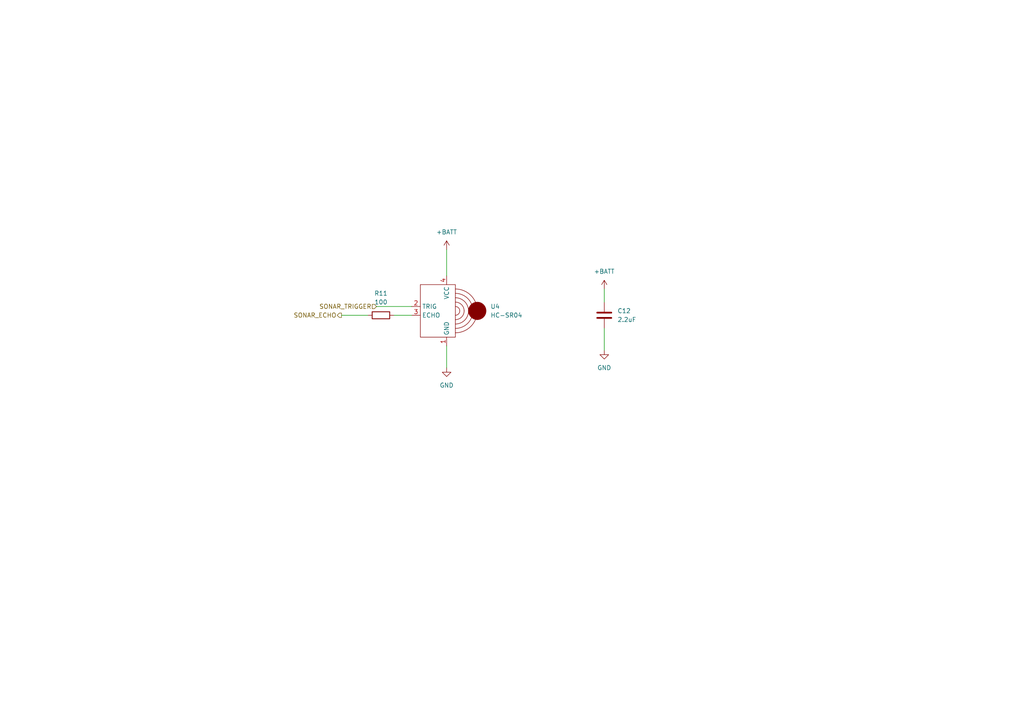
<source format=kicad_sch>
(kicad_sch (version 20230121) (generator eeschema)
  (paper "A4")
  (lib_symbols
    (symbol "Device:C" (pin_numbers hide) (pin_names (offset 0.254))
      (property "Reference" "C" (at 0.635 2.54 0))
      (property "Value" "C" (at 0.635 -2.54 0))
      (symbol "C_0_1"
        (polyline (pts (xy -2.032 -0.762) (xy 2.032 -0.762)) (stroke (width 0.508)))
        (polyline (pts (xy -2.032 0.762) (xy 2.032 0.762)) (stroke (width 0.508)))
      )
      (symbol "C_1_1"
        (pin passive line (at 0 3.81 270) (length 2.794) (name "~") (number "1"))
        (pin passive line (at 0 -3.81 90) (length 2.794) (name "~") (number "2"))
      )
    )
    (symbol "Device:R" (pin_numbers hide) (pin_names (offset 0))
      (property "Reference" "R" (at 2.032 0 90))
      (property "Value" "R" (at 0 0 90))
      (symbol "R_0_1"
        (rectangle (start -1.016 -2.54) (end 1.016 2.54) (stroke (width 0.254)))
      )
      (symbol "R_1_1"
        (pin passive line (at 0 3.81 270) (length 1.27) (name "~") (number "1"))
        (pin passive line (at 0 -3.81 90) (length 1.27) (name "~") (number "2"))
      )
    )
    (symbol "minimouse:HC-SR04"
      (property "Reference" "U" (at 0 0 0))
      (property "Value" "HC-SR04" (at 0 0 0))
      (symbol "HC-SR04_0_1"
        (rectangle (start -7.62 7.62) (end 2.54 -7.62))
        (arc (start 2.54 -6.35) (mid 7.0301 -4.4901) (end 8.89 0))
        (arc (start 2.54 -5.08) (mid 6.1321 -3.5921) (end 7.62 0))
        (arc (start 2.54 -3.81) (mid 5.2341 -2.6941) (end 6.35 0))
        (arc (start 2.54 -2.54) (mid 4.3361 -1.7961) (end 5.08 0))
        (arc (start 2.54 -1.27) (mid 3.438 -0.898) (end 3.81 0))
        (arc (start 3.81 0) (mid 3.438 0.898) (end 2.54 1.27))
        (arc (start 5.08 0) (mid 4.3361 1.7961) (end 2.54 2.54))
        (arc (start 6.35 0) (mid 5.2341 2.6941) (end 2.54 3.81))
        (arc (start 7.62 0) (mid 6.1321 3.5921) (end 2.54 5.08))
        (arc (start 8.89 0) (mid 7.0301 4.4901) (end 2.54 6.35))
      )
      (symbol "HC-SR04_1_1"
        (circle (center 8.89 0) (radius 2.54) (fill (type outline)))
        (pin power_in line (at 0 -10.16 90) (length 2.54) (name "GND") (number "1"))
        (pin input line (at -10.16 1.27 0) (length 2.54) (name "TRIG") (number "2"))
        (pin output line (at -10.16 -1.27 0) (length 2.54) (name "ECHO") (number "3"))
        (pin power_in line (at 0 10.16 270) (length 2.54) (name "VCC") (number "4"))
      )
    )
    (symbol "power:+BATT" (power) (pin_names (offset 0))
      (property "Value" "+BATT" (at 0 3.556 0))
      (symbol "+BATT_0_1"
        (polyline (pts (xy -0.762 1.27) (xy 0 2.54)))
        (polyline (pts (xy 0 0) (xy 0 2.54)))
        (polyline (pts (xy 0 2.54) (xy 0.762 1.27)))
      )
      (symbol "+BATT_1_1"
        (pin power_in line (at 0 0 90) (length 0) hide (name "+BATT") (number "1"))
      )
    )
    (symbol "power:GND" (power) (pin_names (offset 0))
      (property "Value" "GND" (at 0 -3.81 0))
      (symbol "GND_0_1"
        (polyline (pts (xy 0 0) (xy 0 -1.27) (xy 1.27 -1.27) (xy 0 -2.54) (xy -1.27 -1.27) (xy 0 -1.27)))
      )
      (symbol "GND_1_1"
        (pin power_in line (at 0 0 270) (length 0) hide (name "GND") (number "1"))
      )
    )
  )
  (wire (pts (xy 175.26 83.82) (xy 175.26 87.63)))
  (wire (pts (xy 129.54 100.33) (xy 129.54 106.68)))
  (wire (pts (xy 129.54 72.39) (xy 129.54 80.01)))
  (wire (pts (xy 175.26 95.25) (xy 175.26 101.6)))
  (wire (pts (xy 114.3 91.44) (xy 119.38 91.44)))
  (wire (pts (xy 119.38 88.9) (xy 109.22 88.9)))
  (wire (pts (xy 99.06 91.44) (xy 106.68 91.44)))
  (hierarchical_label "SONAR_TRIGGER" (shape input) (at 109.22 88.9 180))
  (hierarchical_label "SONAR_ECHO" (shape output) (at 99.06 91.44 180))
  (symbol (lib_id "minimouse:HC-SR04") (at 129.54 90.17 0) (unit 1)
    (property "Reference" "U4" (at 142.24 88.9 0) (effects (justify left)))
    (property "Value" "HC-SR04" (at 142.24 91.44 0) (effects (justify left)))
    (property "Footprint" "minimouse:HC-SR04" (effects hide))
  )
  (symbol (lib_id "Device:C") (at 175.26 91.44 0) (unit 1)
    (property "Reference" "C12" (at 179.07 90.17 0) (effects (justify left)))
    (property "Value" "2.2uF" (at 179.07 92.71 0) (effects (justify left)))
    (property "Footprint" "Capacitor_SMD:C_0603_1608Metric" (effects hide))
  )
  (symbol (lib_id "power:+BATT") (at 175.26 83.82 0) (unit 1)
    (property "Reference" "#PWR043" (effects hide))
    (property "Value" "+BATT" (at 175.26 78.74 0))
  )
  (symbol (lib_id "power:GND") (at 129.54 106.68 0) (unit 1)
    (property "Reference" "#PWR033" (effects hide))
    (property "Value" "GND" (at 129.54 111.76 0))
  )
  (symbol (lib_id "Device:R") (at 110.49 91.44 270) (unit 1)
    (property "Reference" "R11" (at 110.49 85.09 90))
    (property "Value" "100" (at 110.49 87.63 90))
    (property "Footprint" "Resistor_SMD:R_0603_1608Metric" (effects hide))
  )
  (symbol (lib_id "power:+BATT") (at 129.54 72.39 0) (unit 1)
    (property "Reference" "#PWR032" (effects hide))
    (property "Value" "+BATT" (at 129.54 67.31 0))
  )
  (symbol (lib_id "power:GND") (at 175.26 101.6 0) (unit 1)
    (property "Reference" "#PWR042" (effects hide))
    (property "Value" "GND" (at 175.26 106.68 0))
  )
)
</source>
